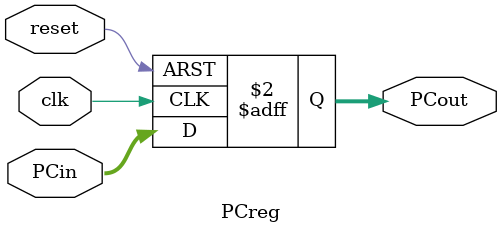
<source format=v>
module PCreg(
	input [31:0]PCin,
	input clk,
	input reset,
	output reg [31:0]PCout);

	always @(negedge clk or posedge reset) begin
		if(reset) begin
			PCout<=0;
		end
		else begin
			 PCout<=PCin;
		end
	end
endmodule

</source>
